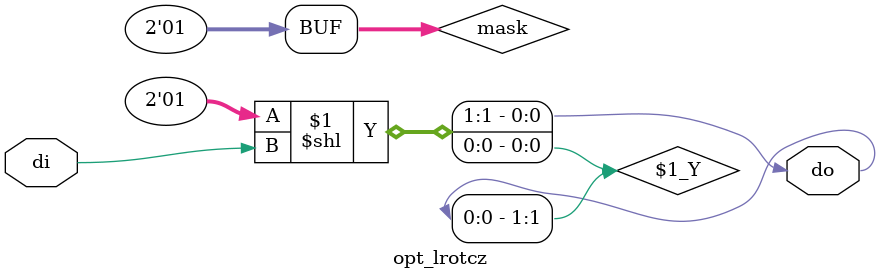
<source format=v>


module opt (input [7:0] di, ci, output [7:0] do);
	wire [3:0] s1, s2, s4;

	opt_decoder decoder (ci, s1, s2, s4);
	opt_ibfly ibfly (di, s1, s2, s4, do);
endmodule

module opt_ibfly (input [7:0] di, input [3:0] s1, s2, s4, output [7:0] do);
	wire [7:0] d1, d2;

	// bfly stage 1
	assign {d1[1], d1[0]} = s1[0] ? {di[1], di[0]} : {di[0], di[1]};
	assign {d1[3], d1[2]} = s1[1] ? {di[3], di[2]} : {di[2], di[3]};
	assign {d1[5], d1[4]} = s1[2] ? {di[5], di[4]} : {di[4], di[5]};
	assign {d1[7], d1[6]} = s1[3] ? {di[7], di[6]} : {di[6], di[7]};

	// bfly stage 2
	assign {d2[2], d2[0]} = s2[0] ? {d1[2], d1[0]} : {d1[0], d1[2]};
	assign {d2[3], d2[1]} = s2[1] ? {d1[3], d1[1]} : {d1[1], d1[3]};
	assign {d2[6], d2[4]} = s2[2] ? {d1[6], d1[4]} : {d1[4], d1[6]};
	assign {d2[7], d2[5]} = s2[3] ? {d1[7], d1[5]} : {d1[5], d1[7]};

	// bfly stage 3
	assign {do[4], do[0]} = s4[0] ? {d2[4], d2[0]} : {d2[0], d2[4]};
	assign {do[5], do[1]} = s4[1] ? {d2[5], d2[1]} : {d2[1], d2[5]};
	assign {do[6], do[2]} = s4[2] ? {d2[6], d2[2]} : {d2[2], d2[6]};
	assign {do[7], do[3]} = s4[3] ? {d2[7], d2[3]} : {d2[3], d2[7]};
endmodule

module opt_decoder (
	input [7:0] mask,
	output [3:0] s1, s2, s4
);
	wire [2:0] sum0 = mask[0];
	wire [2:0] sum1 = sum0 + mask[1];
	wire [2:0] sum2 = sum1 + mask[2];
	wire [2:0] sum3 = sum2 + mask[3];
	wire [2:0] sum4 = sum3 + mask[4];
	wire [2:0] sum5 = sum4 + mask[5];
	wire [2:0] sum6 = sum5 + mask[6];

	// decoder stage 1
	opt_lrotcz #(1) lrotcz_0_0 (sum0[0], s1[0]);
	opt_lrotcz #(1) lrotcz_0_1 (sum2[0], s1[1]);
	opt_lrotcz #(1) lrotcz_0_2 (sum4[0], s1[2]);
	opt_lrotcz #(1) lrotcz_0_3 (sum6[0], s1[3]);

	// decoder stage 2
	opt_lrotcz #(2) lrotcz_1_0 (sum1[1:0], s2[2*0 +: 2]);
	opt_lrotcz #(2) lrotcz_1_1 (sum5[1:0], s2[2*1 +: 2]);

	// decoder stage 3
	opt_lrotcz #(3) lrotcz_2_0 (sum3[2:0], s4[4*0 +: 4]);
endmodule

module opt_lrotcz #(
	parameter integer N = 1,
	parameter integer M = 1 << (N-1)
) (
	input [N-1:0] di,
	output [M-1:0] do
);
	wire [2*M-1:0] mask = {M{1'b1}};
	assign do = (mask << di[N-1:0]) >> M;
endmodule

</source>
